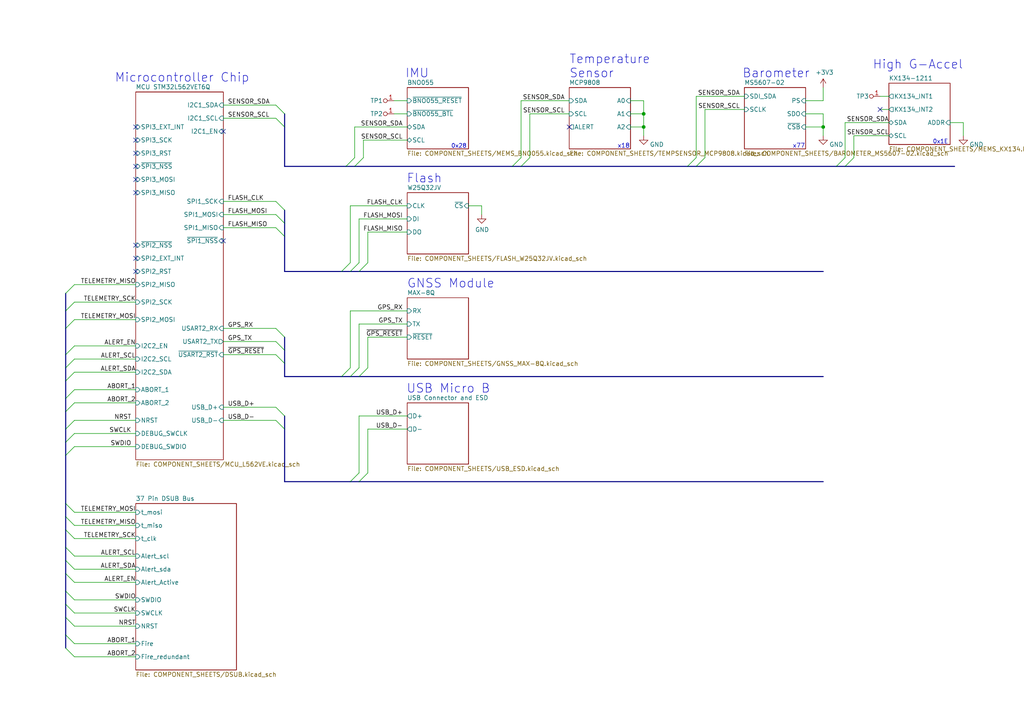
<source format=kicad_sch>
(kicad_sch (version 20211123) (generator eeschema)
  (paper "A4")
  (title_block (title "Data Collection PCB Schematic") (date "2021-12-06") (rev "v1.0.4") (company "Missouri S&T Rocket Design Team '21 (Thomas Francois & Seth Sievers)") (comment 1 "https://github.com/MSTRocketDesignTeam/Avionics-Data-Collection-PCB") (comment 2 "Intended as initial pre-production design") (comment 3 "Schematic depicting logical connections between components"))
  (lib_symbols
    (symbol "Data_Collection_KiCAD_Project-rescue:+3.3V-power-Data_Collection_KiCAD_Project-rescue" (power) (pin_names (offset 0))
      (property "Value" "Data_Collection_KiCAD_Project-rescue_+3.3V-power-Data_Collection_KiCAD_Project-rescue" (at 0 3.556 0))
      (symbol "+3.3V-power-Data_Collection_KiCAD_Project-rescue_0_1"
        (polyline (pts (xy -0.762 1.27) (xy 0 2.54)))
        (polyline (pts (xy 0 0) (xy 0 2.54)))
        (polyline (pts (xy 0 2.54) (xy 0.762 1.27)))
      )
      (symbol "+3.3V-power-Data_Collection_KiCAD_Project-rescue_1_1"
        (pin power_in line (at 0 0 90) (length 0) hide (name "+3V3") (number "1"))
      )
    )
    (symbol "Data_Collection_KiCAD_Project-rescue:GND-power-Data_Collection_KiCAD_Project-rescue" (power) (pin_names (offset 0))
      (property "Value" "Data_Collection_KiCAD_Project-rescue_GND-power-Data_Collection_KiCAD_Project-rescue" (at 0 -3.81 0))
      (symbol "GND-power-Data_Collection_KiCAD_Project-rescue_0_1"
        (polyline (pts (xy 0 0) (xy 0 -1.27) (xy 1.27 -1.27) (xy 0 -2.54) (xy -1.27 -1.27) (xy 0 -1.27)))
      )
      (symbol "GND-power-Data_Collection_KiCAD_Project-rescue_1_1"
        (pin power_in line (at 0 0 270) (length 0) hide (name "GND") (number "1"))
      )
    )
    (symbol "dk_Test-Points:RCT-0C" (pin_names (offset 1.016))
      (property "Reference" "TP" (at -2.54 1.27 0))
      (property "Value" "RCT-0C" (at 0 -2.54 0))
      (symbol "RCT-0C_0_1"
        (circle (center 0 0) (radius 0.5588))
      )
      (symbol "RCT-0C_1_1"
        (pin passive line (at 0 2.54 270) (length 1.905) (name "~") (number "1"))
      )
    )
  )
  (junction (at 186.69 36.83))
  (junction (at 186.69 33.02))
  (junction (at 238.76 36.83))
  (no_connect (at 64.77 38.1))
  (no_connect (at 64.77 69.85))
  (no_connect (at 39.37 74.93))
  (no_connect (at 39.37 71.12))
  (no_connect (at 39.37 78.74))
  (no_connect (at 255.27 31.75))
  (no_connect (at 39.37 44.45))
  (no_connect (at 39.37 52.07))
  (no_connect (at 39.37 48.26))
  (no_connect (at 39.37 55.88))
  (no_connect (at 39.37 36.83))
  (no_connect (at 39.37 40.64))
  (no_connect (at 165.1 36.83))
  (bus_entry (at 242.57 48.26) (size 2.54 -2.54))
  (bus_entry (at 82.55 68.58) (size -2.54 -2.54))
  (bus_entry (at 19.05 153.67) (size 2.54 2.54))
  (bus_entry (at 19.05 110.49) (size 2.54 -2.54))
  (bus_entry (at 99.06 109.22) (size 2.54 -2.54))
  (bus_entry (at 99.06 78.74) (size 2.54 -2.54))
  (bus_entry (at 19.05 146.05) (size 2.54 2.54))
  (bus_entry (at 82.55 124.46) (size -2.54 -2.54))
  (bus_entry (at 101.6 139.7) (size 2.54 -2.54))
  (bus_entry (at 19.05 119.38) (size 2.54 -2.54))
  (bus_entry (at 19.05 115.57) (size 2.54 -2.54))
  (bus_entry (at 82.55 60.96) (size -2.54 -2.54))
  (bus_entry (at 19.05 124.46) (size 2.54 -2.54))
  (bus_entry (at 19.05 85.09) (size 2.54 -2.54))
  (bus_entry (at 104.14 78.74) (size 2.54 -2.54))
  (bus_entry (at 19.05 179.07) (size 2.54 2.54))
  (bus_entry (at 102.87 48.26) (size 2.54 -2.54))
  (bus_entry (at 19.05 162.56) (size 2.54 2.54))
  (bus_entry (at 19.05 106.68) (size 2.54 -2.54))
  (bus_entry (at 82.55 64.77) (size -2.54 -2.54))
  (bus_entry (at 19.05 158.75) (size 2.54 2.54))
  (bus_entry (at 82.55 36.83) (size -2.54 -2.54))
  (bus_entry (at 19.05 128.27) (size 2.54 -2.54))
  (bus_entry (at 82.55 97.79) (size -2.54 -2.54))
  (bus_entry (at 19.05 171.45) (size 2.54 2.54))
  (bus_entry (at 104.14 139.7) (size 2.54 -2.54))
  (bus_entry (at 19.05 175.26) (size 2.54 2.54))
  (bus_entry (at 19.05 184.15) (size 2.54 2.54))
  (bus_entry (at 245.11 48.26) (size 2.54 -2.54))
  (bus_entry (at 100.33 48.26) (size 2.54 -2.54))
  (bus_entry (at 19.05 187.96) (size 2.54 2.54))
  (bus_entry (at 19.05 132.08) (size 2.54 -2.54))
  (bus_entry (at 19.05 149.86) (size 2.54 2.54))
  (bus_entry (at 101.6 109.22) (size 2.54 -2.54))
  (bus_entry (at 201.93 48.26) (size 2.54 -2.54))
  (bus_entry (at 199.39 48.26) (size 2.54 -2.54))
  (bus_entry (at 19.05 166.37) (size 2.54 2.54))
  (bus_entry (at 148.59 48.26) (size 2.54 -2.54))
  (bus_entry (at 19.05 90.17) (size 2.54 -2.54))
  (bus_entry (at 104.14 109.22) (size 2.54 -2.54))
  (bus_entry (at 101.6 78.74) (size 2.54 -2.54))
  (bus_entry (at 19.05 95.25) (size 2.54 -2.54))
  (bus_entry (at 82.55 105.41) (size -2.54 -2.54))
  (bus_entry (at 19.05 102.87) (size 2.54 -2.54))
  (bus_entry (at 82.55 101.6) (size -2.54 -2.54))
  (bus_entry (at 82.55 33.02) (size -2.54 -2.54))
  (bus_entry (at 82.55 120.65) (size -2.54 -2.54))
  (bus_entry (at 151.13 48.26) (size 2.54 -2.54))
  (bus (pts (xy 19.05 106.68) (xy 19.05 110.49)))
  (bus (pts (xy 19.05 128.27) (xy 19.05 132.08)))
  (bus (pts (xy 82.55 36.83) (xy 82.55 48.26)))
  (bus (pts (xy 104.14 78.74) (xy 238.76 78.74)))
  (wire (pts (xy 21.59 107.95) (xy 39.37 107.95)))
  (wire (pts (xy 204.47 31.75) (xy 215.9 31.75)))
  (wire (pts (xy 21.59 125.73) (xy 39.37 125.73)))
  (wire (pts (xy 21.59 100.33) (xy 39.37 100.33)))
  (wire (pts (xy 21.59 177.8) (xy 39.37 177.8)))
  (wire (pts (xy 204.47 45.72) (xy 204.47 31.75)))
  (bus (pts (xy 82.55 68.58) (xy 82.55 78.74)))
  (bus (pts (xy 199.39 48.26) (xy 201.93 48.26)))
  (wire (pts (xy 245.11 35.56) (xy 257.81 35.56)))
  (wire (pts (xy 21.59 148.59) (xy 39.37 148.59)))
  (bus (pts (xy 242.57 48.26) (xy 245.11 48.26)))
  (wire (pts (xy 101.6 106.68) (xy 101.6 90.17)))
  (wire (pts (xy 64.77 58.42) (xy 80.01 58.42)))
  (wire (pts (xy 186.69 36.83) (xy 186.69 33.02)))
  (bus (pts (xy 19.05 115.57) (xy 19.05 119.38)))
  (wire (pts (xy 21.59 87.63) (xy 39.37 87.63)))
  (bus (pts (xy 19.05 132.08) (xy 19.05 146.05)))
  (wire (pts (xy 238.76 33.02) (xy 238.76 36.83)))
  (wire (pts (xy 104.14 120.65) (xy 118.11 120.65)))
  (wire (pts (xy 104.14 106.68) (xy 104.14 93.98)))
  (bus (pts (xy 82.55 105.41) (xy 82.55 109.22)))
  (bus (pts (xy 19.05 175.26) (xy 19.05 179.07)))
  (wire (pts (xy 64.77 95.25) (xy 80.01 95.25)))
  (wire (pts (xy 102.87 36.83) (xy 118.11 36.83)))
  (wire (pts (xy 101.6 90.17) (xy 118.11 90.17)))
  (bus (pts (xy 151.13 48.26) (xy 199.39 48.26)))
  (wire (pts (xy 118.11 33.02) (xy 114.3 33.02)))
  (wire (pts (xy 182.88 33.02) (xy 186.69 33.02)))
  (wire (pts (xy 21.59 129.54) (xy 39.37 129.54)))
  (bus (pts (xy 82.55 124.46) (xy 82.55 139.7)))
  (wire (pts (xy 279.4 35.56) (xy 275.59 35.56)))
  (wire (pts (xy 153.67 33.02) (xy 165.1 33.02)))
  (wire (pts (xy 64.77 121.92) (xy 80.01 121.92)))
  (bus (pts (xy 19.05 85.09) (xy 19.05 90.17)))
  (bus (pts (xy 82.55 48.26) (xy 100.33 48.26)))
  (wire (pts (xy 64.77 34.29) (xy 80.01 34.29)))
  (wire (pts (xy 139.7 59.69) (xy 135.89 59.69)))
  (wire (pts (xy 247.65 45.72) (xy 247.65 39.37)))
  (wire (pts (xy 186.69 39.37) (xy 186.69 36.83)))
  (wire (pts (xy 105.41 45.72) (xy 105.41 40.64)))
  (wire (pts (xy 21.59 104.14) (xy 39.37 104.14)))
  (bus (pts (xy 19.05 102.87) (xy 19.05 106.68)))
  (wire (pts (xy 21.59 190.5) (xy 39.37 190.5)))
  (bus (pts (xy 19.05 184.15) (xy 19.05 187.96)))
  (bus (pts (xy 101.6 78.74) (xy 104.14 78.74)))
  (bus (pts (xy 104.14 109.22) (xy 238.76 109.22)))
  (bus (pts (xy 104.14 139.7) (xy 238.76 139.7)))
  (wire (pts (xy 247.65 39.37) (xy 257.81 39.37)))
  (wire (pts (xy 104.14 63.5) (xy 118.11 63.5)))
  (wire (pts (xy 64.77 99.06) (xy 80.01 99.06)))
  (wire (pts (xy 21.59 173.99) (xy 39.37 173.99)))
  (bus (pts (xy 82.55 78.74) (xy 99.06 78.74)))
  (bus (pts (xy 19.05 153.67) (xy 19.05 158.75)))
  (wire (pts (xy 279.4 39.37) (xy 279.4 35.56)))
  (wire (pts (xy 106.68 106.68) (xy 106.68 97.79)))
  (bus (pts (xy 19.05 119.38) (xy 19.05 124.46)))
  (wire (pts (xy 21.59 186.69) (xy 39.37 186.69)))
  (wire (pts (xy 153.67 45.72) (xy 153.67 33.02)))
  (wire (pts (xy 21.59 152.4) (xy 39.37 152.4)))
  (wire (pts (xy 21.59 113.03) (xy 39.37 113.03)))
  (wire (pts (xy 245.11 45.72) (xy 245.11 35.56)))
  (bus (pts (xy 82.55 60.96) (xy 82.55 64.77)))
  (wire (pts (xy 186.69 33.02) (xy 186.69 29.21)))
  (wire (pts (xy 182.88 36.83) (xy 186.69 36.83)))
  (wire (pts (xy 233.68 33.02) (xy 238.76 33.02)))
  (wire (pts (xy 238.76 25.4) (xy 238.76 29.21)))
  (bus (pts (xy 201.93 48.26) (xy 242.57 48.26)))
  (bus (pts (xy 19.05 110.49) (xy 19.05 115.57)))
  (wire (pts (xy 106.68 124.46) (xy 118.11 124.46)))
  (wire (pts (xy 101.6 59.69) (xy 118.11 59.69)))
  (bus (pts (xy 82.55 101.6) (xy 82.55 105.41)))
  (wire (pts (xy 151.13 29.21) (xy 165.1 29.21)))
  (wire (pts (xy 139.7 62.23) (xy 139.7 59.69)))
  (wire (pts (xy 21.59 161.29) (xy 39.37 161.29)))
  (bus (pts (xy 19.05 124.46) (xy 19.05 128.27)))
  (bus (pts (xy 82.55 109.22) (xy 99.06 109.22)))
  (bus (pts (xy 19.05 179.07) (xy 19.05 184.15)))
  (wire (pts (xy 21.59 116.84) (xy 39.37 116.84)))
  (bus (pts (xy 101.6 109.22) (xy 104.14 109.22)))
  (bus (pts (xy 82.55 64.77) (xy 82.55 68.58)))
  (wire (pts (xy 238.76 39.37) (xy 238.76 36.83)))
  (bus (pts (xy 99.06 78.74) (xy 101.6 78.74)))
  (bus (pts (xy 102.87 48.26) (xy 148.59 48.26)))
  (bus (pts (xy 148.59 48.26) (xy 151.13 48.26)))
  (bus (pts (xy 82.55 120.65) (xy 82.55 124.46)))
  (wire (pts (xy 21.59 121.92) (xy 39.37 121.92)))
  (wire (pts (xy 106.68 97.79) (xy 118.11 97.79)))
  (bus (pts (xy 19.05 149.86) (xy 19.05 153.67)))
  (bus (pts (xy 19.05 166.37) (xy 19.05 171.45)))
  (bus (pts (xy 19.05 162.56) (xy 19.05 166.37)))
  (wire (pts (xy 105.41 40.64) (xy 118.11 40.64)))
  (wire (pts (xy 64.77 62.23) (xy 80.01 62.23)))
  (bus (pts (xy 100.33 48.26) (xy 102.87 48.26)))
  (wire (pts (xy 186.69 29.21) (xy 182.88 29.21)))
  (bus (pts (xy 19.05 158.75) (xy 19.05 162.56)))
  (wire (pts (xy 104.14 76.2) (xy 104.14 63.5)))
  (wire (pts (xy 21.59 165.1) (xy 39.37 165.1)))
  (wire (pts (xy 104.14 93.98) (xy 118.11 93.98)))
  (bus (pts (xy 82.55 97.79) (xy 82.55 101.6)))
  (bus (pts (xy 19.05 90.17) (xy 19.05 95.25)))
  (wire (pts (xy 238.76 36.83) (xy 233.68 36.83)))
  (wire (pts (xy 21.59 168.91) (xy 39.37 168.91)))
  (bus (pts (xy 19.05 95.25) (xy 19.05 102.87)))
  (bus (pts (xy 99.06 109.22) (xy 101.6 109.22)))
  (wire (pts (xy 106.68 137.16) (xy 106.68 124.46)))
  (wire (pts (xy 101.6 59.69) (xy 101.6 76.2)))
  (wire (pts (xy 118.11 29.21) (xy 114.3 29.21)))
  (wire (pts (xy 102.87 45.72) (xy 102.87 36.83)))
  (wire (pts (xy 257.81 27.94) (xy 255.27 27.94)))
  (wire (pts (xy 21.59 156.21) (xy 39.37 156.21)))
  (bus (pts (xy 19.05 146.05) (xy 19.05 149.86)))
  (bus (pts (xy 82.55 33.02) (xy 82.55 36.83)))
  (wire (pts (xy 21.59 181.61) (xy 39.37 181.61)))
  (wire (pts (xy 238.76 29.21) (xy 233.68 29.21)))
  (wire (pts (xy 106.68 67.31) (xy 118.11 67.31)))
  (wire (pts (xy 64.77 30.48) (xy 80.01 30.48)))
  (wire (pts (xy 201.93 27.94) (xy 201.93 45.72)))
  (wire (pts (xy 104.14 137.16) (xy 104.14 120.65)))
  (wire (pts (xy 21.59 82.55) (xy 39.37 82.55)))
  (wire (pts (xy 64.77 118.11) (xy 80.01 118.11)))
  (bus (pts (xy 245.11 48.26) (xy 276.86 48.26)))
  (bus (pts (xy 19.05 171.45) (xy 19.05 175.26)))
  (wire (pts (xy 21.59 92.71) (xy 39.37 92.71)))
  (bus (pts (xy 82.55 139.7) (xy 101.6 139.7)))
  (wire (pts (xy 64.77 66.04) (xy 80.01 66.04)))
  (wire (pts (xy 201.93 27.94) (xy 215.9 27.94)))
  (bus (pts (xy 101.6 139.7) (xy 104.14 139.7)))
  (wire (pts (xy 64.77 102.87) (xy 80.01 102.87)))
  (wire (pts (xy 106.68 67.31) (xy 106.68 76.2)))
  (wire (pts (xy 257.81 31.75) (xy 255.27 31.75)))
  (wire (pts (xy 151.13 45.72) (xy 151.13 29.21)))
  (text "Temperature\nSensor" (at 165.1 22.86 0) (effects (font (size 2.54 2.54)) (justify left bottom)))
  (text "High G-Accel" (at 279.4 20.32 180) (effects (font (size 2.54 2.54)) (justify right bottom)))
  (text "Microcontroller Chip" (at 72.39 24.13 180) (effects (font (size 2.54 2.54)) (justify right bottom)))
  (text "x77" (at 229.87 43.18 0) (effects (font (size 1.27 1.27)) (justify left bottom)))
  (text "Barometer" (at 234.95 22.86 180) (effects (font (size 2.54 2.54)) (justify right bottom)))
  (text "x18" (at 179.07 43.18 0) (effects (font (size 1.27 1.27)) (justify left bottom)))
  (text "Flash" (at 128.27 53.34 180) (effects (font (size 2.54 2.54)) (justify right bottom)))
  (text "0x28\n" (at 130.81 43.18 0) (effects (font (size 1.1938 1.1938)) (justify left bottom)))
  (text "0x1E" (at 270.51 41.91 0) (effects (font (size 1.1938 1.1938)) (justify left bottom)))
  (text "USB Micro B" (at 142.24 114.3 180) (effects (font (size 2.54 2.54)) (justify right bottom)))
  (text "IMU" (at 124.46 22.86 180) (effects (font (size 2.54 2.54)) (justify right bottom)))
  (text "GNSS Module" (at 143.51 83.82 180) (effects (font (size 2.54 2.54)) (justify right bottom)))
  (label "SENSOR_SDA" (at 257.81 35.56 180))
  (label "SENSOR_SCL" (at 214.63 31.75 180))
  (label "FLASH_MOSI" (at 66.04 62.23 0))
  (label "SENSOR_SCL" (at 163.83 33.02 180))
  (label "SENSOR_SCL" (at 257.81 39.37 180))
  (label "FLASH_MOSI" (at 116.84 63.5 180))
  (label "ALERT_SDA" (at 39.37 107.95 180))
  (label "SENSOR_SDA" (at 116.84 36.83 180))
  (label "~{GPS_RESET}" (at 66.04 102.87 0))
  (label "SENSOR_SDA" (at 66.04 30.48 0))
  (label "FLASH_CLK" (at 66.04 58.42 0))
  (label "GPS_TX" (at 66.04 99.06 0))
  (label "SENSOR_SCL" (at 116.84 40.64 180))
  (label "TELEMETRY_SCK" (at 39.37 156.21 180))
  (label "ALERT_EN" (at 39.37 100.33 180))
  (label "USB_D-" (at 66.04 121.92 0))
  (label "SWDIO" (at 39.37 173.99 180))
  (label "NRST" (at 38.1 121.92 180))
  (label "NRST" (at 39.37 181.61 180))
  (label "~{GPS_RESET}" (at 116.84 97.79 180))
  (label "GPS_TX" (at 116.84 93.98 180))
  (label "ALERT_SCL" (at 39.37 104.14 180))
  (label "ALERT_EN" (at 39.37 168.91 180))
  (label "FLASH_CLK" (at 116.84 59.69 180))
  (label "SWCLK" (at 39.37 177.8 180))
  (label "SWDIO" (at 38.1 129.54 180))
  (label "ABORT_1" (at 39.37 186.69 180))
  (label "TELEMETRY_MISO" (at 39.37 152.4 180))
  (label "GPS_RX" (at 66.04 95.25 0))
  (label "USB_D+" (at 116.84 120.65 180))
  (label "ABORT_2" (at 39.37 190.5 180))
  (label "SENSOR_SDA" (at 214.63 27.94 180))
  (label "GPS_RX" (at 116.84 90.17 180))
  (label "ALERT_SDA" (at 39.37 165.1 180))
  (label "ALERT_SCL" (at 39.37 161.29 180))
  (label "SWCLK" (at 38.1 125.73 180))
  (label "USB_D+" (at 66.04 118.11 0))
  (label "TELEMETRY_MOSI" (at 39.37 148.59 180))
  (label "SENSOR_SDA" (at 163.83 29.21 180))
  (label "TELEMETRY_MISO" (at 39.37 82.55 180))
  (label "FLASH_MISO" (at 66.04 66.04 0))
  (label "SENSOR_SCL" (at 66.04 34.29 0))
  (label "TELEMETRY_SCK" (at 39.37 87.63 180))
  (label "USB_D-" (at 116.84 124.46 180))
  (label "FLASH_MISO" (at 116.84 67.31 180))
  (label "ABORT_1" (at 39.37 113.03 180))
  (label "ABORT_2" (at 39.37 116.84 180))
  (label "TELEMETRY_MOSI" (at 39.37 92.71 180))
  (symbol (lib_id "Data_Collection_KiCAD_Project-rescue:GND-power-Data_Collection_KiCAD_Project-rescue") (at 238.76 39.37 0) (unit 1)
    (property "Reference" "#PWR04" (effects hide))
    (property "Value" "GND" (at 242.57 41.91 0))
  )
  (symbol (lib_id "Data_Collection_KiCAD_Project-rescue:+3.3V-power-Data_Collection_KiCAD_Project-rescue") (at 238.76 25.4 0) (unit 1)
    (property "Reference" "#PWR03" (effects hide))
    (property "Value" "+3.3V" (at 239.141 21.0058 0))
  )
  (symbol (lib_id "Data_Collection_KiCAD_Project-rescue:GND-power-Data_Collection_KiCAD_Project-rescue") (at 186.69 39.37 0) (unit 1)
    (property "Reference" "#PWR02" (effects hide))
    (property "Value" "GND" (at 190.5 41.91 0))
  )
  (symbol (lib_id "Data_Collection_KiCAD_Project-rescue:GND-power-Data_Collection_KiCAD_Project-rescue") (at 139.7 62.23 0) (unit 1)
    (property "Reference" "#PWR01" (effects hide))
    (property "Value" "GND" (at 139.827 66.6242 0))
  )
  (symbol (lib_id "dk_Test-Points:RCT-0C") (at 111.76 29.21 270) (unit 1)
    (property "Reference" "TP1" (at 109.22 29.21 90))
    (property "Value" "Debug Pad" (effects hide))
    (property "Footprint" "TestPoint:TestPoint_Pad_D1.0mm" (effects hide))
    (property "Datasheet" "https://www.te.com/commerce/DocumentDelivery/DDEController?Action=srchrtrv&DocNm=1773266&DocType=DS&DocLang=English" (effects hide))
    (property "Digi-Key_PN" "A106144CT-ND" (effects hide))
    (property "MPN" "RCT-0C" (effects hide))
    (property "Category" "Test and Measurement" (effects hide))
    (property "Family" "Test Points" (effects hide))
    (property "DK_Datasheet_Link" "https://www.te.com/commerce/DocumentDelivery/DDEController?Action=srchrtrv&DocNm=1773266&DocType=DS&DocLang=English" (effects hide))
    (property "DK_Detail_Page" "/product-detail/en/te-connectivity-amp-connectors/RCT-0C/A106144CT-ND/3477801" (effects hide))
    (property "Description" "PC TEST POINT NATURAL" (effects hide))
    (property "Manufacturer" "TE Connectivity AMP Connectors" (effects hide))
    (property "Status" "Active" (effects hide))
  )
  (symbol (lib_id "dk_Test-Points:RCT-0C") (at 111.76 33.02 270) (unit 1)
    (property "Reference" "TP2" (at 109.22 33.02 90))
    (property "Value" "Debug Pad" (effects hide))
    (property "Footprint" "TestPoint:TestPoint_Pad_D1.0mm" (effects hide))
    (property "Datasheet" "https://www.te.com/commerce/DocumentDelivery/DDEController?Action=srchrtrv&DocNm=1773266&DocType=DS&DocLang=English" (effects hide))
    (property "Digi-Key_PN" "A106144CT-ND" (effects hide))
    (property "MPN" "RCT-0C" (effects hide))
    (property "Category" "Test and Measurement" (effects hide))
    (property "Family" "Test Points" (effects hide))
    (property "DK_Datasheet_Link" "https://www.te.com/commerce/DocumentDelivery/DDEController?Action=srchrtrv&DocNm=1773266&DocType=DS&DocLang=English" (effects hide))
    (property "DK_Detail_Page" "/product-detail/en/te-connectivity-amp-connectors/RCT-0C/A106144CT-ND/3477801" (effects hide))
    (property "Description" "PC TEST POINT NATURAL" (effects hide))
    (property "Manufacturer" "TE Connectivity AMP Connectors" (effects hide))
    (property "Status" "Active" (effects hide))
  )
  (symbol (lib_id "dk_Test-Points:RCT-0C") (at 252.73 27.94 270) (unit 1)
    (property "Reference" "TP3" (at 250.19 27.94 90))
    (property "Value" "Debug Pad" (effects hide))
    (property "Footprint" "TestPoint:TestPoint_Pad_D1.0mm" (effects hide))
    (property "Datasheet" "https://www.te.com/commerce/DocumentDelivery/DDEController?Action=srchrtrv&DocNm=1773266&DocType=DS&DocLang=English" (effects hide))
    (property "Digi-Key_PN" "A106144CT-ND" (effects hide))
    (property "MPN" "RCT-0C" (effects hide))
    (property "Category" "Test and Measurement" (effects hide))
    (property "Family" "Test Points" (effects hide))
    (property "DK_Datasheet_Link" "https://www.te.com/commerce/DocumentDelivery/DDEController?Action=srchrtrv&DocNm=1773266&DocType=DS&DocLang=English" (effects hide))
    (property "DK_Detail_Page" "/product-detail/en/te-connectivity-amp-connectors/RCT-0C/A106144CT-ND/3477801" (effects hide))
    (property "Description" "PC TEST POINT NATURAL" (effects hide))
    (property "Manufacturer" "TE Connectivity AMP Connectors" (effects hide))
    (property "Status" "Active" (effects hide))
  )
  (symbol (lib_id "Data_Collection_KiCAD_Project-rescue:GND-power-Data_Collection_KiCAD_Project-rescue") (at 279.4 39.37 0) (unit 1)
    (property "Reference" "#PWR0101" (effects hide))
    (property "Value" "GND" (at 283.21 41.91 0))
  )
  (sheet (at 118.11 25.4) (size 17.78 17.78)
    (property "Sheet name" "BNO055" (at 118.11 24.6884 0) (effects (justify left bottom)))
    (property "Sheet file" "COMPONENT_SHEETS/MEMS_BNO055.kicad_sch" (at 118.11 43.7646 0) (effects (justify left top)))
    (pin "SDA" bidirectional (at 118.11 36.83 180))
    (pin "SCL" bidirectional (at 118.11 40.64 180))
    (pin "~{BNO055_RESET}" input (at 118.11 29.21 180))
    (pin "~{BNO055_BTL}" input (at 118.11 33.02 180))
  )
  (sheet (at 118.11 86.36) (size 17.78 17.78)
    (property "Sheet name" "MAX-8Q" (at 118.11 85.6484 0) (effects (justify left bottom)))
    (property "Sheet file" "COMPONENT_SHEETS/GNSS_MAX-8Q.kicad_sch" (at 118.11 104.7246 0) (effects (justify left top)))
    (pin "RX" input (at 118.11 90.17 180))
    (pin "TX" input (at 118.11 93.98 180))
    (pin "~{RESET}" input (at 118.11 97.79 180))
  )
  (sheet (at 215.9 25.4) (size 17.78 17.78)
    (property "Sheet name" "MS5607-02" (at 215.9 24.6884 0) (effects (justify left bottom)))
    (property "Sheet file" "COMPONENT_SHEETS/BAROMETER_MS5607-02.kicad_sch" (at 215.9 43.7646 0) (effects (justify left top)))
    (pin "SDI_SDA" input (at 215.9 27.94 180))
    (pin "SCLK" input (at 215.9 31.75 180))
    (pin "SDO" input (at 233.68 33.02 0))
    (pin "PS" input (at 233.68 29.21 0))
    (pin "~{CSB}" input (at 233.68 36.83 0))
  )
  (sheet (at 165.1 25.4) (size 17.78 17.78)
    (property "Sheet name" "MCP9808" (at 165.1 24.6884 0) (effects (justify left bottom)))
    (property "Sheet file" "COMPONENT_SHEETS/TEMPSENSOR_MCP9808.kicad_sch" (at 165.1 43.7646 0) (effects (justify left top)))
    (pin "SDA" input (at 165.1 29.21 180))
    (pin "SCL" input (at 165.1 33.02 180))
    (pin "A0" input (at 182.88 29.21 0))
    (pin "A1" input (at 182.88 33.02 0))
    (pin "A2" input (at 182.88 36.83 0))
    (pin "ALERT" output (at 165.1 36.83 180))
  )
  (sheet (at 118.11 116.84) (size 17.78 17.78)
    (property "Sheet name" "USB Connector and ESD" (at 118.11 116.1284 0) (effects (justify left bottom)))
    (property "Sheet file" "COMPONENT_SHEETS/USB_ESD.kicad_sch" (at 118.11 135.2046 0) (effects (justify left top)))
    (pin "D+" output (at 118.11 120.65 180))
    (pin "D-" output (at 118.11 124.46 180))
  )
  (sheet (at 118.11 55.88) (size 17.78 17.78)
    (property "Sheet name" "W25Q32JV" (at 118.11 55.1684 0) (effects (justify left bottom)))
    (property "Sheet file" "COMPONENT_SHEETS/FLASH_W25Q32JV.kicad_sch" (at 118.11 74.2446 0) (effects (justify left top)))
    (pin "CLK" input (at 118.11 59.69 180))
    (pin "DI" input (at 118.11 63.5 180))
    (pin "DO" input (at 118.11 67.31 180))
    (pin "~{CS}" input (at 135.89 59.69 0))
  )
  (sheet (at 257.81 24.13) (size 17.78 17.78)
    (property "Sheet name" "KX134-1211" (at 257.81 23.4184 0) (effects (justify left bottom)))
    (property "Sheet file" "COMPONENT_SHEETS/MEMS_KX134.kicad_sch" (at 257.81 42.4946 0) (effects (justify left top)))
    (pin "SDA" bidirectional (at 257.81 35.56 180))
    (pin "SCL" bidirectional (at 257.81 39.37 180))
    (pin "KX134_INT1" output (at 257.81 27.94 180))
    (pin "KX134_INT2" output (at 257.81 31.75 180))
    (pin "ADDR" input (at 275.59 35.56 0))
  )
  (sheet (at 39.37 146.05) (size 29.21 48.26)
    (property "Sheet name" "37 Pin DSUB Bus" (at 39.37 145.3384 0) (effects (justify left bottom)))
    (property "Sheet file" "COMPONENT_SHEETS/DSUB.kicad_sch" (at 39.37 194.8946 0) (effects (justify left top)))
    (pin "t_mosi" input (at 39.37 148.59 180))
    (pin "t_miso" input (at 39.37 152.4 180))
    (pin "Alert_scl" input (at 39.37 161.29 180))
    (pin "Alert_sda" input (at 39.37 165.1 180))
    (pin "Alert_Active" input (at 39.37 168.91 180))
    (pin "SWDIO" input (at 39.37 173.99 180))
    (pin "SWCLK" input (at 39.37 177.8 180))
    (pin "NRST" input (at 39.37 181.61 180))
    (pin "Fire" input (at 39.37 186.69 180))
    (pin "Fire_redundant" input (at 39.37 190.5 180))
    (pin "t_clk" input (at 39.37 156.21 180))
  )
  (sheet (at 39.37 26.67) (size 25.4 106.68) (stroke (width 0.1524))
    (property "Sheet name" "MCU STM32L562VET6Q" (at 39.37 25.9584 0) (effects (justify left bottom)))
    (property "Sheet file" "COMPONENT_SHEETS/MCU_L562VE.kicad_sch" (at 39.37 133.9346 0) (effects (justify left top)))
    (pin "I2C1_SCL" input (at 64.77 34.29 0))
    (pin "I2C1_SDA" input (at 64.77 30.48 0))
    (pin "SPI3_RST" input (at 39.37 44.45 180))
    (pin "I2C1_EN" input (at 64.77 38.1 0))
    (pin "DEBUG_SWCLK" input (at 39.37 125.73 180))
    (pin "~{SPI1_NSS}" input (at 64.77 69.85 0))
    (pin "DEBUG_SWDIO" input (at 39.37 129.54 180))
    (pin "USB_D+" input (at 64.77 118.11 0))
    (pin "USB_D-" input (at 64.77 121.92 0))
    (pin "SPI1_MISO" input (at 64.77 66.04 0))
    (pin "SPI1_SCK" input (at 64.77 58.42 0))
    (pin "~{SPI3_NSS}" input (at 39.37 48.26 180))
    (pin "SPI1_MOSI" input (at 64.77 62.23 0))
    (pin "SPI2_RST" input (at 39.37 78.74 180))
    (pin "SPI2_EXT_INT" input (at 39.37 74.93 180))
    (pin "SPI3_MOSI" input (at 39.37 52.07 180))
    (pin "SPI3_SCK" input (at 39.37 40.64 180))
    (pin "SPI3_MISO" input (at 39.37 55.88 180))
    (pin "ABORT_1" input (at 39.37 113.03 180))
    (pin "SPI2_MISO" input (at 39.37 82.55 180))
    (pin "SPI2_SCK" input (at 39.37 87.63 180))
    (pin "ABORT_2" input (at 39.37 116.84 180))
    (pin "SPI2_MOSI" input (at 39.37 92.71 180))
    (pin "NRST" input (at 39.37 121.92 180))
    (pin "~{SPI2_NSS}" input (at 39.37 71.12 180))
    (pin "SPI3_EXT_INT" input (at 39.37 36.83 180))
    (pin "USART2_TX" output (at 64.77 99.06 0))
    (pin "USART2_RX" input (at 64.77 95.25 0))
    (pin "I2C2_SDA" input (at 39.37 107.95 180))
    (pin "I2C2_SCL" input (at 39.37 104.14 180))
    (pin "I2C2_EN" input (at 39.37 100.33 180))
    (pin "~{USART2_RST}" input (at 64.77 102.87 0))
  )
)
</source>
